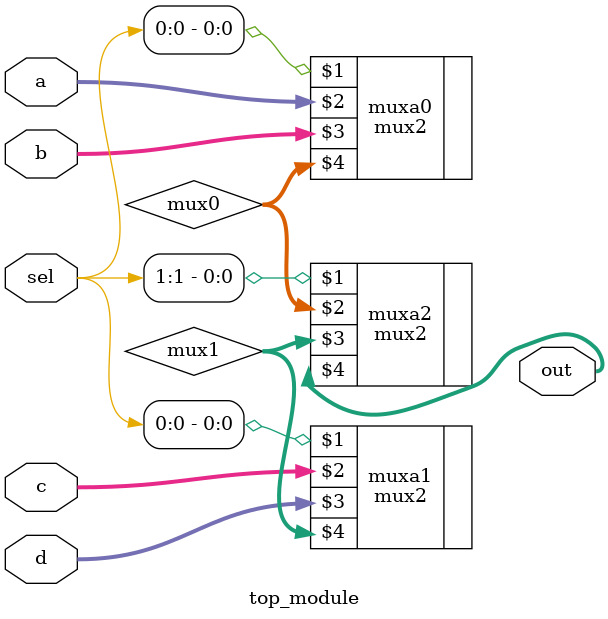
<source format=v>
module top_module (
    input [1:0] sel,
    input [7:0] a,
    input [7:0] b,
    input [7:0] c,
    input [7:0] d,
    output [7:0] out  ); 

    wire[7:0] mux0, mux1;
    mux2 muxa0 ( sel[0],    a,    b, mux0 );
    mux2 muxa1 ( sel[0],    c,    d, mux1 );
    mux2 muxa2 ( sel[1], mux0, mux1,  out );

endmodule

</source>
